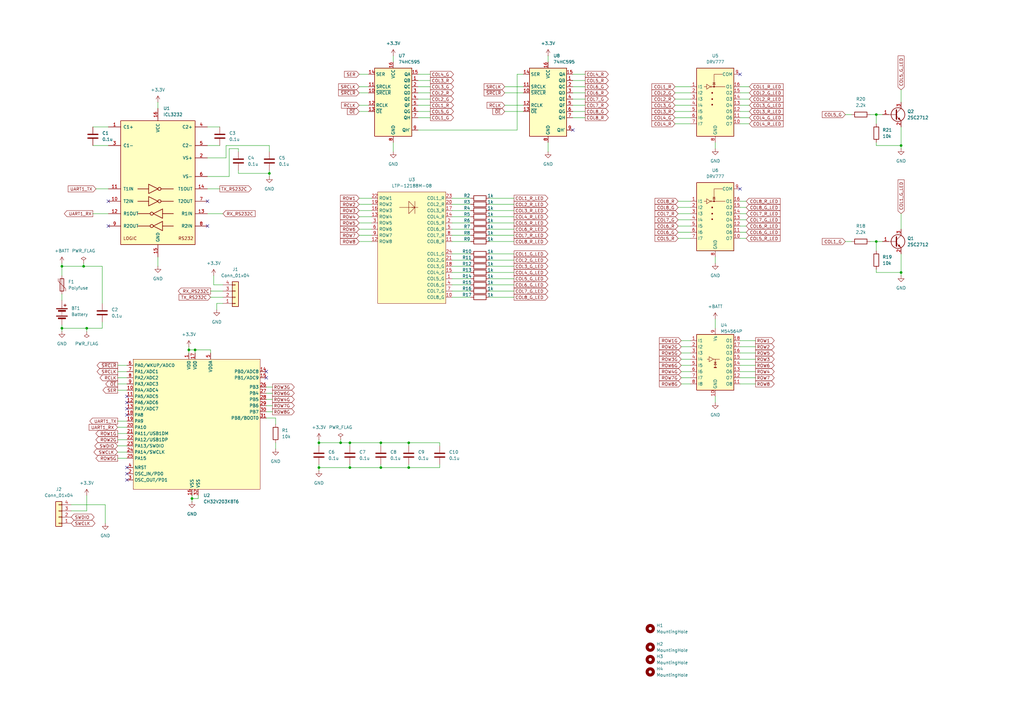
<source format=kicad_sch>
(kicad_sch (version 20250114) (generator "eeschema") (generator_version "9.0")
  (paper "A3")
  (title_block (title "ProgrammingKIT_DotMatrix") (date "2025-11-27") (rev "1.1.0") (company "©2025 CITERA"))
  (lib_symbols
    (symbol "74xx:74HC595"
      (property "Reference" "U" (at -7.62 13.97 0))
      (property "Value" "74HC595" (at -7.62 -16.51 0))
      (symbol "74HC595_1_0"
        (pin input line (at -10.16 10.16 0) (length 2.54) (name "SER") (number "14"))
        (pin input line (at -10.16 5.08 0) (length 2.54) (name "SRCLK") (number "11"))
        (pin input line (at -10.16 2.54 0) (length 2.54) (name "~{SRCLR}") (number "10"))
        (pin input line (at -10.16 -2.54 0) (length 2.54) (name "RCLK") (number "12"))
        (pin input line (at -10.16 -5.08 0) (length 2.54) (name "~{OE}") (number "13"))
        (pin power_in line (at 0 15.24 270) (length 2.54) (name "VCC") (number "16"))
        (pin power_in line (at 0 -17.78 90) (length 2.54) (name "GND") (number "8"))
        (pin tri_state line (at 10.16 10.16 180) (length 2.54) (name "QA") (number "15"))
        (pin tri_state line (at 10.16 7.62 180) (length 2.54) (name "QB") (number "1"))
        (pin tri_state line (at 10.16 5.08 180) (length 2.54) (name "QC") (number "2"))
        (pin tri_state line (at 10.16 2.54 180) (length 2.54) (name "QD") (number "3"))
        (pin tri_state line (at 10.16 0 180) (length 2.54) (name "QE") (number "4"))
        (pin tri_state line (at 10.16 -2.54 180) (length 2.54) (name "QF") (number "5"))
        (pin tri_state line (at 10.16 -5.08 180) (length 2.54) (name "QG") (number "6"))
        (pin tri_state line (at 10.16 -7.62 180) (length 2.54) (name "QH") (number "7"))
        (pin output line (at 10.16 -12.7 180) (length 2.54) (name "QH'") (number "9"))
      )
    )
    (symbol "CH32V:CH32V203K8T6"
      (property "Reference" "U" (at -16.51 29.21 0))
      (property "Value" "CH32V203K8T6" (at -15.24 26.67 0))
      (symbol "CH32V203K8T6_1_1"
        (pin bidirectional line (at -27.94 22.86 0) (length 2.54) (name "PA0/WKUP/ADC0") (number "6"))
        (pin bidirectional line (at -27.94 20.32 0) (length 2.54) (name "PA1/ADC1") (number "7"))
        (pin bidirectional line (at -27.94 17.78 0) (length 2.54) (name "PA2/ADC2") (number "8"))
        (pin bidirectional line (at -27.94 15.24 0) (length 2.54) (name "PA3/ADC3") (number "9"))
        (pin bidirectional line (at -27.94 12.7 0) (length 2.54) (name "PA4/ADC4") (number "10"))
        (pin bidirectional line (at -27.94 10.16 0) (length 2.54) (name "PA5/ADC5") (number "11"))
        (pin bidirectional line (at -27.94 7.62 0) (length 2.54) (name "PA6/ADC6") (number "12"))
        (pin bidirectional line (at -27.94 5.08 0) (length 2.54) (name "PA7/ADC7") (number "13"))
        (pin bidirectional line (at -27.94 2.54 0) (length 2.54) (name "PA8") (number "18"))
        (pin bidirectional line (at -27.94 0 0) (length 2.54) (name "PA9") (number "19"))
        (pin bidirectional line (at -27.94 -2.54 0) (length 2.54) (name "PA10") (number "20"))
        (pin bidirectional line (at -27.94 -5.08 0) (length 2.54) (name "PA11/USB1DM") (number "21"))
        (pin bidirectional line (at -27.94 -7.62 0) (length 2.54) (name "PA12/USB1DP") (number "22"))
        (pin bidirectional line (at -27.94 -10.16 0) (length 2.54) (name "PA13/SWDIO") (number "23"))
        (pin bidirectional line (at -27.94 -12.7 0) (length 2.54) (name "PA14/SWCLK") (number "24"))
        (pin bidirectional line (at -27.94 -15.24 0) (length 2.54) (name "PA15") (number "25"))
        (pin bidirectional line (at -27.94 -19.05 0) (length 2.54) (name "NRST") (number "4"))
        (pin bidirectional line (at -27.94 -21.59 0) (length 2.54) (name "OSC_IN/PD0") (number "2"))
        (pin bidirectional line (at -27.94 -24.13 0) (length 2.54) (name "OSC_OUT/PD1") (number "3"))
        (pin power_in line (at -2.54 27.94 270) (length 2.54) (name "VDD") (number "1"))
        (pin power_in line (at -1.27 -30.48 90) (length 2.54) (name "VSS") (number "16"))
        (pin power_in line (at 0 27.94 270) (length 2.54) (name "VDD") (number "17"))
        (pin power_in line (at 1.27 -30.48 90) (length 2.54) (name "VSS") (number "32"))
        (pin power_in line (at 6.35 27.94 270) (length 2.54) (name "VDDA") (number "5"))
        (pin bidirectional line (at 29.21 20.32 180) (length 2.54) (name "PB0/ADC8") (number "14"))
        (pin bidirectional line (at 29.21 17.78 180) (length 2.54) (name "PB1/ADC9") (number "15"))
        (pin bidirectional line (at 29.21 13.97 180) (length 2.54) (name "PB3") (number "26"))
        (pin bidirectional line (at 29.21 11.43 180) (length 2.54) (name "PB4") (number "27"))
        (pin bidirectional line (at 29.21 8.89 180) (length 2.54) (name "PB5") (number "28"))
        (pin bidirectional line (at 29.21 6.35 180) (length 2.54) (name "PB6") (number "29"))
        (pin bidirectional line (at 29.21 3.81 180) (length 2.54) (name "PB7") (number "30"))
        (pin bidirectional line (at 29.21 1.27 180) (length 2.54) (name "PB8/BOOT0") (number "31"))
      )
    )
    (symbol "Connector_Generic:Conn_01x04" (pin_names (offset 1.016) (hide yes))
      (property "Reference" "J" (at 0 5.08 0))
      (property "Value" "Conn_01x04" (at 0 -7.62 0))
      (symbol "Conn_01x04_1_1"
        (pin passive line (at -5.08 2.54 0) (length 3.81) (name "Pin_1") (number "1"))
        (pin passive line (at -5.08 0 0) (length 3.81) (name "Pin_2") (number "2"))
        (pin passive line (at -5.08 -2.54 0) (length 3.81) (name "Pin_3") (number "3"))
        (pin passive line (at -5.08 -5.08 0) (length 3.81) (name "Pin_4") (number "4"))
      )
    )
    (symbol "Device:Battery" (pin_numbers (hide yes)) (pin_names (offset 0) (hide yes))
      (property "Reference" "BT" (at 2.54 2.54 0))
      (property "Value" "Battery" (at 2.54 0 0))
      (symbol "Battery_1_1"
        (pin passive line (at 0 5.08 270) (length 2.54) (name "+") (number "1"))
        (pin passive line (at 0 -5.08 90) (length 2.54) (name "-") (number "2"))
      )
    )
    (symbol "Device:C" (pin_numbers (hide yes)) (pin_names (offset 0.254))
      (property "Reference" "C" (at 0.635 2.54 0))
      (property "Value" "C" (at 0.635 -2.54 0))
      (symbol "C_1_1"
        (pin passive line (at 0 3.81 270) (length 2.794) (name "~") (number "1"))
        (pin passive line (at 0 -3.81 90) (length 2.794) (name "~") (number "2"))
      )
    )
    (symbol "Device:Polyfuse" (pin_numbers (hide yes)) (pin_names (offset 0))
      (property "Reference" "F" (at -2.54 0 90))
      (property "Value" "Polyfuse" (at 2.54 0 90))
      (symbol "Polyfuse_1_1"
        (pin passive line (at 0 3.81 270) (length 1.27) (name "~") (number "1"))
        (pin passive line (at 0 -3.81 90) (length 1.27) (name "~") (number "2"))
      )
    )
    (symbol "Device:R" (pin_numbers (hide yes)) (pin_names (offset 0))
      (property "Reference" "R" (at 2.032 0 90))
      (property "Value" "R" (at 0 0 90))
      (symbol "R_1_1"
        (pin passive line (at 0 3.81 270) (length 1.27) (name "~") (number "1"))
        (pin passive line (at 0 -3.81 90) (length 1.27) (name "~") (number "2"))
      )
    )
    (symbol "Interface_UART:ICL3232" (pin_names (offset 1.016))
      (property "Reference" "U" (at -2.54 28.575 0))
      (property "Value" "ICL3232" (at -2.54 26.67 0))
      (symbol "ICL3232_0_0"
        (text "LOGIC" (at -11.43 -22.86 0) (effects (font (size 1.27 1.27))))
        (text "RS232" (at 11.43 -22.86 0) (effects (font (size 1.27 1.27))))
      )
      (symbol "ICL3232_1_1"
        (pin passive line (at -20.32 22.86 0) (length 5.08) (name "C1+") (number "1"))
        (pin passive line (at -20.32 15.24 0) (length 5.08) (name "C1-") (number "3"))
        (pin input line (at -20.32 -2.54 0) (length 5.08) (name "T1IN") (number "11"))
        (pin input line (at -20.32 -7.62 0) (length 5.08) (name "T2IN") (number "10"))
        (pin output line (at -20.32 -12.7 0) (length 5.08) (name "R1OUT") (number "12"))
        (pin output line (at -20.32 -17.78 0) (length 5.08) (name "R2OUT") (number "9"))
        (pin power_in line (at 0 30.48 270) (length 5.08) (name "VCC") (number "16"))
        (pin power_in line (at 0 -30.48 90) (length 5.08) (name "GND") (number "15"))
        (pin passive line (at 20.32 22.86 180) (length 5.08) (name "C2+") (number "4"))
        (pin passive line (at 20.32 15.24 180) (length 5.08) (name "C2-") (number "5"))
        (pin power_out line (at 20.32 10.16 180) (length 5.08) (name "VS+") (number "2"))
        (pin power_out line (at 20.32 2.54 180) (length 5.08) (name "VS-") (number "6"))
        (pin output line (at 20.32 -2.54 180) (length 5.08) (name "T1OUT") (number "14"))
        (pin output line (at 20.32 -7.62 180) (length 5.08) (name "T2OUT") (number "7"))
        (pin input line (at 20.32 -12.7 180) (length 5.08) (name "R1IN") (number "13"))
        (pin input line (at 20.32 -17.78 180) (length 5.08) (name "R2IN") (number "8"))
      )
    )
    (symbol "Mechanical:MountingHole" (pin_names (offset 1.016)) (in_bom no)
      (property "Reference" "H" (at 0 5.08 0))
      (property "Value" "MountingHole" (at 0 3.175 0))
    )
    (symbol "Transistor_BJT:Q_NPN_BEC" (pin_names (offset 0) (hide yes))
      (property "Reference" "Q" (at 5.08 1.27 0))
      (property "Value" "Q_NPN_BEC" (at 5.08 -1.27 0))
      (symbol "Q_NPN_BEC_1_1"
        (pin input line (at -5.08 0 0) (length 2.54) (name "B") (number "1"))
        (pin passive line (at 2.54 5.08 270) (length 2.54) (name "C") (number "3"))
        (pin passive line (at 2.54 -5.08 90) (length 2.54) (name "E") (number "2"))
      )
    )
    (symbol "power:+3.3V" (power) (pin_numbers (hide yes)) (pin_names (offset 0) (hide yes))
      (property "Value" "+3.3V" (at 0 3.556 0))
      (symbol "+3.3V_1_1"
        (pin power_in line (at 0 0 90) (length 0) (name "~") (number "1"))
      )
    )
    (symbol "power:+BATT" (power) (pin_numbers (hide yes)) (pin_names (offset 0) (hide yes))
      (property "Value" "+BATT" (at 0 3.556 0))
      (symbol "+BATT_1_1"
        (pin power_in line (at 0 0 90) (length 0) (name "~") (number "1"))
      )
    )
    (symbol "power:GND" (power) (pin_numbers (hide yes)) (pin_names (offset 0) (hide yes))
      (property "Value" "GND" (at 0 -3.81 0))
      (symbol "GND_1_1"
        (pin power_in line (at 0 0 270) (length 0) (name "~") (number "1"))
      )
    )
    (symbol "power:PWR_FLAG" (power) (pin_numbers (hide yes)) (pin_names (offset 0) (hide yes))
      (property "Value" "PWR_FLAG" (at 0 3.81 0))
      (symbol "PWR_FLAG_0_0"
        (pin power_out line (at 0 0 90) (length 0) (name "~") (number "1"))
      )
    )
    (symbol "watashi:DRV777"
      (property "Reference" "U" (at 2.794 16.51 0))
      (property "Value" "DRV777" (at 9.652 17.526 0))
      (symbol "DRV777_1_1"
        (pin input line (at -10.16 7.62 0) (length 2.54) (name "I1") (number "1"))
        (pin input line (at -10.16 5.08 0) (length 2.54) (name "I2") (number "2"))
        (pin input line (at -10.16 2.54 0) (length 2.54) (name "I3") (number "3"))
        (pin input line (at -10.16 0 0) (length 2.54) (name "I4") (number "4"))
        (pin input line (at -10.16 -2.54 0) (length 2.54) (name "I5") (number "5"))
        (pin input line (at -10.16 -5.08 0) (length 2.54) (name "I6") (number "6"))
        (pin input line (at -10.16 -7.62 0) (length 2.54) (name "I7") (number "7"))
        (pin power_in line (at 0 -15.24 90) (length 2.54) (name "GND") (number "8"))
        (pin passive line (at 10.16 12.7 180) (length 2.54) (name "COM") (number "9"))
        (pin open_collector line (at 10.16 7.62 180) (length 2.54) (name "O1") (number "16"))
        (pin open_collector line (at 10.16 5.08 180) (length 2.54) (name "O2") (number "15"))
        (pin open_collector line (at 10.16 2.54 180) (length 2.54) (name "O3") (number "14"))
        (pin open_collector line (at 10.16 0 180) (length 2.54) (name "O4") (number "13"))
        (pin open_collector line (at 10.16 -2.54 180) (length 2.54) (name "O5") (number "12"))
        (pin open_collector line (at 10.16 -5.08 180) (length 2.54) (name "O6") (number "11"))
        (pin open_collector line (at 10.16 -7.62 180) (length 2.54) (name "O7") (number "10"))
      )
    )
    (symbol "watashi:LTP-12188M-08"
      (property "Reference" "U" (at 5.842 31.496 0))
      (property "Value" "LTP-12188M-08" (at -5.08 31.496 0))
      (symbol "LTP-12188M-08_1_1"
        (pin passive line (at -16.51 20.32 0) (length 2.54) (name "ROW1") (number "22"))
        (pin passive line (at -16.51 17.78 0) (length 2.54) (name "ROW2") (number "19"))
        (pin passive line (at -16.51 15.24 0) (length 2.54) (name "ROW3") (number "16"))
        (pin passive line (at -16.51 12.7 0) (length 2.54) (name "ROW4") (number "13"))
        (pin passive line (at -16.51 10.16 0) (length 2.54) (name "ROW5") (number "3"))
        (pin passive line (at -16.51 7.62 0) (length 2.54) (name "ROW6") (number "6"))
        (pin passive line (at -16.51 5.08 0) (length 2.54) (name "ROW7") (number "9"))
        (pin passive line (at -16.51 2.54 0) (length 2.54) (name "ROW8") (number "12"))
        (pin passive line (at 16.51 20.32 180) (length 2.54) (name "COL1_R") (number "23"))
        (pin passive line (at 16.51 17.78 180) (length 2.54) (name "COL2_R") (number "20"))
        (pin passive line (at 16.51 15.24 180) (length 2.54) (name "COL3_R") (number "17"))
        (pin passive line (at 16.51 12.7 180) (length 2.54) (name "COL4_R") (number "14"))
        (pin passive line (at 16.51 10.16 180) (length 2.54) (name "COL5_R") (number "2"))
        (pin passive line (at 16.51 7.62 180) (length 2.54) (name "COL6_R") (number "5"))
        (pin passive line (at 16.51 5.08 180) (length 2.54) (name "COL7_R") (number "8"))
        (pin passive line (at 16.51 2.54 180) (length 2.54) (name "COL8_R") (number "11"))
        (pin passive line (at 16.51 -2.54 180) (length 2.54) (name "COL1_G") (number "24"))
        (pin passive line (at 16.51 -5.08 180) (length 2.54) (name "COL2_G") (number "21"))
        (pin passive line (at 16.51 -7.62 180) (length 2.54) (name "COL3_G") (number "18"))
        (pin passive line (at 16.51 -10.16 180) (length 2.54) (name "COL4_G") (number "15"))
        (pin passive line (at 16.51 -12.7 180) (length 2.54) (name "COL5_G") (number "1"))
        (pin passive line (at 16.51 -15.24 180) (length 2.54) (name "COL6_G") (number "4"))
        (pin passive line (at 16.51 -17.78 180) (length 2.54) (name "COL7_G") (number "7"))
        (pin passive line (at 16.51 -20.32 180) (length 2.54) (name "COL8_G") (number "10"))
      )
    )
    (symbol "watashi:M54564P"
      (property "Reference" "U" (at -7.62 11.43 0))
      (property "Value" "M54564P" (at 1.27 11.43 0))
      (symbol "M54564P_1_1"
        (pin input line (at -10.16 7.62 0) (length 2.54) (name "I1") (number "1"))
        (pin input line (at -10.16 5.08 0) (length 2.54) (name "I2") (number "2"))
        (pin input line (at -10.16 2.54 0) (length 2.54) (name "I3") (number "3"))
        (pin input line (at -10.16 0 0) (length 2.54) (name "I4") (number "4"))
        (pin input line (at -10.16 -2.54 0) (length 2.54) (name "I5") (number "5"))
        (pin input line (at -10.16 -5.08 0) (length 2.54) (name "I6") (number "6"))
        (pin input line (at -10.16 -7.62 0) (length 2.54) (name "I7") (number "7"))
        (pin input line (at -10.16 -10.16 0) (length 2.54) (name "I8") (number "8"))
        (pin power_in line (at 0 12.7 270) (length 2.54) (name "Vs") (number "9"))
        (pin power_in line (at 0 -15.24 90) (length 2.54) (name "GND") (number "10"))
        (pin open_emitter line (at 10.16 7.62 180) (length 2.54) (name "O1") (number "18"))
        (pin open_emitter line (at 10.16 5.08 180) (length 2.54) (name "O2") (number "17"))
        (pin open_emitter line (at 10.16 2.54 180) (length 2.54) (name "O3") (number "16"))
        (pin open_emitter line (at 10.16 0 180) (length 2.54) (name "O4") (number "15"))
        (pin open_emitter line (at 10.16 -2.54 180) (length 2.54) (name "O5") (number "14"))
        (pin open_emitter line (at 10.16 -5.08 180) (length 2.54) (name "O6") (number "13"))
        (pin open_emitter line (at 10.16 -7.62 180) (length 2.54) (name "O7") (number "12"))
        (pin open_emitter line (at 10.16 -10.16 180) (length 2.54) (name "O8") (number "11"))
      )
    )
  )
  (junction (at 167.64 181.61))
  (junction (at 78.74 204.47))
  (junction (at 143.51 181.61))
  (junction (at 35.56 134.62))
  (junction (at 80.01 143.51))
  (junction (at 156.21 191.77))
  (junction (at 77.47 143.51))
  (junction (at 167.64 191.77))
  (junction (at 130.81 191.77))
  (junction (at 359.41 46.99))
  (junction (at 34.29 109.22))
  (junction (at 130.81 181.61))
  (junction (at 25.4 134.62))
  (junction (at 369.57 111.76))
  (junction (at 143.51 191.77))
  (junction (at 156.21 181.61))
  (junction (at 359.41 99.06))
  (junction (at 139.7 181.61))
  (junction (at 369.57 59.69))
  (junction (at 110.49 71.12))
  (junction (at 25.4 109.22))
  (no_connect (at 85.09 92.71))
  (no_connect (at 303.53 30.48))
  (no_connect (at 52.07 191.77))
  (no_connect (at 52.07 194.31))
  (no_connect (at 303.53 77.47))
  (no_connect (at 52.07 170.18))
  (no_connect (at 44.45 92.71))
  (no_connect (at 52.07 165.1))
  (no_connect (at 109.22 154.94))
  (no_connect (at 234.95 53.34))
  (no_connect (at 85.09 82.55))
  (no_connect (at 44.45 82.55))
  (no_connect (at 52.07 196.85))
  (no_connect (at 52.07 162.56))
  (no_connect (at 109.22 152.4))
  (no_connect (at 52.07 167.64))
  (wire (pts (xy 278.13 95.25) (xy 283.21 95.25)))
  (wire (pts (xy 130.81 181.61) (xy 130.81 182.88)))
  (wire (pts (xy 48.26 182.88) (xy 52.07 182.88)))
  (wire (pts (xy 307.34 40.64) (xy 303.53 40.64)))
  (wire (pts (xy 156.21 182.88) (xy 156.21 181.61)))
  (wire (pts (xy 276.86 43.18) (xy 283.21 43.18)))
  (wire (pts (xy 48.26 154.94) (xy 52.07 154.94)))
  (wire (pts (xy 210.82 86.36) (xy 200.66 86.36)))
  (wire (pts (xy 176.53 33.02) (xy 171.45 33.02)))
  (wire (pts (xy 25.4 107.95) (xy 25.4 109.22)))
  (wire (pts (xy 34.29 107.95) (xy 34.29 109.22)))
  (wire (pts (xy 109.22 171.45) (xy 113.03 171.45)))
  (wire (pts (xy 77.47 143.51) (xy 77.47 144.78)))
  (wire (pts (xy 307.34 50.8) (xy 303.53 50.8)))
  (wire (pts (xy 156.21 190.5) (xy 156.21 191.77)))
  (wire (pts (xy 240.03 43.18) (xy 234.95 43.18)))
  (wire (pts (xy 210.82 116.84) (xy 200.66 116.84)))
  (wire (pts (xy 111.76 163.83) (xy 109.22 163.83)))
  (wire (pts (xy 293.37 130.81) (xy 293.37 134.62)))
  (wire (pts (xy 276.86 45.72) (xy 283.21 45.72)))
  (wire (pts (xy 346.71 99.06) (xy 349.25 99.06)))
  (wire (pts (xy 143.51 181.61) (xy 139.7 181.61)))
  (wire (pts (xy 193.04 88.9) (xy 185.42 88.9)))
  (wire (pts (xy 48.26 160.02) (xy 52.07 160.02)))
  (wire (pts (xy 193.04 96.52) (xy 185.42 96.52)))
  (wire (pts (xy 90.17 77.47) (xy 85.09 77.47)))
  (wire (pts (xy 210.82 109.22) (xy 200.66 109.22)))
  (wire (pts (xy 180.34 181.61) (xy 167.64 181.61)))
  (wire (pts (xy 147.32 99.06) (xy 152.4 99.06)))
  (wire (pts (xy 210.82 88.9) (xy 200.66 88.9)))
  (wire (pts (xy 279.4 147.32) (xy 283.21 147.32)))
  (wire (pts (xy 176.53 35.56) (xy 171.45 35.56)))
  (wire (pts (xy 180.34 190.5) (xy 180.34 191.77)))
  (wire (pts (xy 97.79 71.12) (xy 97.79 69.85)))
  (wire (pts (xy 369.57 104.14) (xy 369.57 111.76)))
  (wire (pts (xy 359.41 111.76) (xy 369.57 111.76)))
  (wire (pts (xy 25.4 133.35) (xy 25.4 134.62)))
  (wire (pts (xy 369.57 59.69) (xy 369.57 60.96)))
  (wire (pts (xy 193.04 99.06) (xy 185.42 99.06)))
  (wire (pts (xy 309.88 139.7) (xy 303.53 139.7)))
  (wire (pts (xy 210.82 81.28) (xy 200.66 81.28)))
  (wire (pts (xy 176.53 43.18) (xy 171.45 43.18)))
  (wire (pts (xy 147.32 45.72) (xy 151.13 45.72)))
  (wire (pts (xy 293.37 165.1) (xy 293.37 162.56)))
  (wire (pts (xy 309.88 157.48) (xy 303.53 157.48)))
  (wire (pts (xy 293.37 105.41) (xy 293.37 107.95)))
  (wire (pts (xy 130.81 193.04) (xy 130.81 191.77)))
  (wire (pts (xy 110.49 69.85) (xy 110.49 71.12)))
  (wire (pts (xy 78.74 203.2) (xy 78.74 204.47)))
  (wire (pts (xy 359.41 102.87) (xy 359.41 99.06)))
  (wire (pts (xy 307.34 45.72) (xy 303.53 45.72)))
  (wire (pts (xy 91.44 124.46) (xy 88.9 124.46)))
  (wire (pts (xy 111.76 166.37) (xy 109.22 166.37)))
  (wire (pts (xy 147.32 86.36) (xy 152.4 86.36)))
  (wire (pts (xy 41.91 109.22) (xy 34.29 109.22)))
  (wire (pts (xy 29.21 209.55) (xy 35.56 209.55)))
  (wire (pts (xy 86.36 121.92) (xy 91.44 121.92)))
  (wire (pts (xy 306.07 90.17) (xy 303.53 90.17)))
  (wire (pts (xy 224.79 22.86) (xy 224.79 25.4)))
  (wire (pts (xy 147.32 81.28) (xy 152.4 81.28)))
  (wire (pts (xy 77.47 143.51) (xy 80.01 143.51)))
  (wire (pts (xy 167.64 191.77) (xy 180.34 191.77)))
  (wire (pts (xy 147.32 93.98) (xy 152.4 93.98)))
  (wire (pts (xy 176.53 30.48) (xy 171.45 30.48)))
  (wire (pts (xy 207.01 38.1) (xy 214.63 38.1)))
  (wire (pts (xy 93.98 60.96) (xy 93.98 72.39)))
  (wire (pts (xy 48.26 157.48) (xy 52.07 157.48)))
  (wire (pts (xy 85.09 64.77) (xy 92.71 64.77)))
  (wire (pts (xy 369.57 87.63) (xy 369.57 93.98)))
  (wire (pts (xy 77.47 142.24) (xy 77.47 143.51)))
  (wire (pts (xy 147.32 30.48) (xy 151.13 30.48)))
  (wire (pts (xy 293.37 58.42) (xy 293.37 60.96)))
  (wire (pts (xy 81.28 204.47) (xy 81.28 203.2)))
  (wire (pts (xy 278.13 85.09) (xy 283.21 85.09)))
  (wire (pts (xy 359.41 59.69) (xy 369.57 59.69)))
  (wire (pts (xy 306.07 82.55) (xy 303.53 82.55)))
  (wire (pts (xy 41.91 132.08) (xy 41.91 134.62)))
  (wire (pts (xy 38.1 52.07) (xy 44.45 52.07)))
  (wire (pts (xy 48.26 172.72) (xy 52.07 172.72)))
  (wire (pts (xy 210.82 119.38) (xy 200.66 119.38)))
  (wire (pts (xy 276.86 40.64) (xy 283.21 40.64)))
  (wire (pts (xy 309.88 152.4) (xy 303.53 152.4)))
  (wire (pts (xy 156.21 191.77) (xy 167.64 191.77)))
  (wire (pts (xy 86.36 143.51) (xy 86.36 144.78)))
  (wire (pts (xy 193.04 119.38) (xy 185.42 119.38)))
  (wire (pts (xy 176.53 48.26) (xy 171.45 48.26)))
  (wire (pts (xy 64.77 109.22) (xy 64.77 105.41)))
  (wire (pts (xy 85.09 52.07) (xy 90.17 52.07)))
  (wire (pts (xy 224.79 58.42) (xy 224.79 62.23)))
  (wire (pts (xy 139.7 180.34) (xy 139.7 181.61)))
  (wire (pts (xy 210.82 91.44) (xy 200.66 91.44)))
  (wire (pts (xy 276.86 50.8) (xy 283.21 50.8)))
  (wire (pts (xy 279.4 149.86) (xy 283.21 149.86)))
  (wire (pts (xy 193.04 104.14) (xy 185.42 104.14)))
  (wire (pts (xy 279.4 152.4) (xy 283.21 152.4)))
  (wire (pts (xy 92.71 59.69) (xy 110.49 59.69)))
  (wire (pts (xy 130.81 180.34) (xy 130.81 181.61)))
  (wire (pts (xy 359.41 46.99) (xy 361.95 46.99)))
  (wire (pts (xy 48.26 152.4) (xy 52.07 152.4)))
  (wire (pts (xy 240.03 48.26) (xy 234.95 48.26)))
  (wire (pts (xy 210.82 83.82) (xy 200.66 83.82)))
  (wire (pts (xy 309.88 149.86) (xy 303.53 149.86)))
  (wire (pts (xy 369.57 111.76) (xy 369.57 113.03)))
  (wire (pts (xy 210.82 104.14) (xy 200.66 104.14)))
  (wire (pts (xy 279.4 142.24) (xy 283.21 142.24)))
  (wire (pts (xy 147.32 91.44) (xy 152.4 91.44)))
  (wire (pts (xy 87.63 113.03) (xy 87.63 116.84)))
  (wire (pts (xy 147.32 88.9) (xy 152.4 88.9)))
  (wire (pts (xy 309.88 154.94) (xy 303.53 154.94)))
  (wire (pts (xy 111.76 168.91) (xy 109.22 168.91)))
  (wire (pts (xy 143.51 182.88) (xy 143.51 181.61)))
  (wire (pts (xy 279.4 154.94) (xy 283.21 154.94)))
  (wire (pts (xy 240.03 30.48) (xy 234.95 30.48)))
  (wire (pts (xy 92.71 64.77) (xy 92.71 59.69)))
  (wire (pts (xy 279.4 139.7) (xy 283.21 139.7)))
  (wire (pts (xy 346.71 46.99) (xy 349.25 46.99)))
  (wire (pts (xy 167.64 181.61) (xy 156.21 181.61)))
  (wire (pts (xy 306.07 95.25) (xy 303.53 95.25)))
  (wire (pts (xy 276.86 38.1) (xy 283.21 38.1)))
  (wire (pts (xy 48.26 187.96) (xy 52.07 187.96)))
  (wire (pts (xy 143.51 191.77) (xy 130.81 191.77)))
  (wire (pts (xy 307.34 43.18) (xy 303.53 43.18)))
  (wire (pts (xy 38.1 59.69) (xy 44.45 59.69)))
  (wire (pts (xy 38.1 87.63) (xy 44.45 87.63)))
  (wire (pts (xy 85.09 87.63) (xy 91.44 87.63)))
  (wire (pts (xy 210.82 93.98) (xy 200.66 93.98)))
  (wire (pts (xy 110.49 71.12) (xy 97.79 71.12)))
  (wire (pts (xy 210.82 121.92) (xy 200.66 121.92)))
  (wire (pts (xy 307.34 48.26) (xy 303.53 48.26)))
  (wire (pts (xy 88.9 124.46) (xy 88.9 127)))
  (wire (pts (xy 193.04 93.98) (xy 185.42 93.98)))
  (wire (pts (xy 176.53 40.64) (xy 171.45 40.64)))
  (wire (pts (xy 29.21 207.01) (xy 43.18 207.01)))
  (wire (pts (xy 113.03 171.45) (xy 113.03 173.99)))
  (wire (pts (xy 210.82 96.52) (xy 200.66 96.52)))
  (wire (pts (xy 279.4 157.48) (xy 283.21 157.48)))
  (wire (pts (xy 193.04 109.22) (xy 185.42 109.22)))
  (wire (pts (xy 25.4 134.62) (xy 25.4 135.89)))
  (wire (pts (xy 161.29 22.86) (xy 161.29 25.4)))
  (wire (pts (xy 210.82 106.68) (xy 200.66 106.68)))
  (wire (pts (xy 240.03 45.72) (xy 234.95 45.72)))
  (wire (pts (xy 25.4 109.22) (xy 25.4 113.03)))
  (wire (pts (xy 309.88 142.24) (xy 303.53 142.24)))
  (wire (pts (xy 356.87 46.99) (xy 359.41 46.99)))
  (wire (pts (xy 147.32 83.82) (xy 152.4 83.82)))
  (wire (pts (xy 93.98 60.96) (xy 97.79 60.96)))
  (wire (pts (xy 212.09 53.34) (xy 212.09 30.48)))
  (wire (pts (xy 306.07 87.63) (xy 303.53 87.63)))
  (wire (pts (xy 130.81 191.77) (xy 130.81 190.5)))
  (wire (pts (xy 307.34 38.1) (xy 303.53 38.1)))
  (wire (pts (xy 93.98 72.39) (xy 85.09 72.39)))
  (wire (pts (xy 147.32 35.56) (xy 151.13 35.56)))
  (wire (pts (xy 234.95 38.1) (xy 240.03 38.1)))
  (wire (pts (xy 147.32 43.18) (xy 151.13 43.18)))
  (wire (pts (xy 156.21 181.61) (xy 143.51 181.61)))
  (wire (pts (xy 193.04 83.82) (xy 185.42 83.82)))
  (wire (pts (xy 110.49 59.69) (xy 110.49 62.23)))
  (wire (pts (xy 39.37 77.47) (xy 44.45 77.47)))
  (wire (pts (xy 278.13 92.71) (xy 283.21 92.71)))
  (wire (pts (xy 309.88 147.32) (xy 303.53 147.32)))
  (wire (pts (xy 48.26 180.34) (xy 52.07 180.34)))
  (wire (pts (xy 41.91 134.62) (xy 35.56 134.62)))
  (wire (pts (xy 278.13 87.63) (xy 283.21 87.63)))
  (wire (pts (xy 193.04 121.92) (xy 185.42 121.92)))
  (wire (pts (xy 113.03 181.61) (xy 113.03 184.15)))
  (wire (pts (xy 25.4 120.65) (xy 25.4 123.19)))
  (wire (pts (xy 35.56 209.55) (xy 35.56 203.2)))
  (wire (pts (xy 207.01 43.18) (xy 214.63 43.18)))
  (wire (pts (xy 193.04 116.84) (xy 185.42 116.84)))
  (wire (pts (xy 359.41 110.49) (xy 359.41 111.76)))
  (wire (pts (xy 193.04 114.3) (xy 185.42 114.3)))
  (wire (pts (xy 212.09 30.48) (xy 214.63 30.48)))
  (wire (pts (xy 240.03 35.56) (xy 234.95 35.56)))
  (wire (pts (xy 309.88 144.78) (xy 303.53 144.78)))
  (wire (pts (xy 111.76 158.75) (xy 109.22 158.75)))
  (wire (pts (xy 48.26 177.8) (xy 52.07 177.8)))
  (wire (pts (xy 240.03 33.02) (xy 234.95 33.02)))
  (wire (pts (xy 48.26 185.42) (xy 52.07 185.42)))
  (wire (pts (xy 307.34 35.56) (xy 303.53 35.56)))
  (wire (pts (xy 210.82 111.76) (xy 200.66 111.76)))
  (wire (pts (xy 193.04 91.44) (xy 185.42 91.44)))
  (wire (pts (xy 176.53 38.1) (xy 171.45 38.1)))
  (wire (pts (xy 278.13 90.17) (xy 283.21 90.17)))
  (wire (pts (xy 64.77 41.91) (xy 64.77 44.45)))
  (wire (pts (xy 193.04 111.76) (xy 185.42 111.76)))
  (wire (pts (xy 110.49 71.12) (xy 110.49 72.39)))
  (wire (pts (xy 80.01 143.51) (xy 86.36 143.51)))
  (wire (pts (xy 210.82 99.06) (xy 200.66 99.06)))
  (wire (pts (xy 143.51 190.5) (xy 143.51 191.77)))
  (wire (pts (xy 193.04 106.68) (xy 185.42 106.68)))
  (wire (pts (xy 43.18 207.01) (xy 43.18 214.63)))
  (wire (pts (xy 147.32 96.52) (xy 152.4 96.52)))
  (wire (pts (xy 85.09 59.69) (xy 90.17 59.69)))
  (wire (pts (xy 34.29 109.22) (xy 25.4 109.22)))
  (wire (pts (xy 167.64 181.61) (xy 167.64 182.88)))
  (wire (pts (xy 35.56 134.62) (xy 25.4 134.62)))
  (wire (pts (xy 306.07 97.79) (xy 303.53 97.79)))
  (wire (pts (xy 180.34 182.88) (xy 180.34 181.61)))
  (wire (pts (xy 80.01 143.51) (xy 80.01 144.78)))
  (wire (pts (xy 161.29 58.42) (xy 161.29 62.23)))
  (wire (pts (xy 111.76 161.29) (xy 109.22 161.29)))
  (wire (pts (xy 48.26 175.26) (xy 52.07 175.26)))
  (wire (pts (xy 356.87 99.06) (xy 359.41 99.06)))
  (wire (pts (xy 359.41 99.06) (xy 361.95 99.06)))
  (wire (pts (xy 193.04 86.36) (xy 185.42 86.36)))
  (wire (pts (xy 207.01 45.72) (xy 214.63 45.72)))
  (wire (pts (xy 147.32 38.1) (xy 151.13 38.1)))
  (wire (pts (xy 41.91 109.22) (xy 41.91 124.46)))
  (wire (pts (xy 278.13 82.55) (xy 283.21 82.55)))
  (wire (pts (xy 78.74 204.47) (xy 81.28 204.47)))
  (wire (pts (xy 176.53 45.72) (xy 171.45 45.72)))
  (wire (pts (xy 139.7 181.61) (xy 130.81 181.61)))
  (wire (pts (xy 193.04 81.28) (xy 185.42 81.28)))
  (wire (pts (xy 171.45 53.34) (xy 212.09 53.34)))
  (wire (pts (xy 306.07 92.71) (xy 303.53 92.71)))
  (wire (pts (xy 210.82 114.3) (xy 200.66 114.3)))
  (wire (pts (xy 86.36 119.38) (xy 91.44 119.38)))
  (wire (pts (xy 359.41 50.8) (xy 359.41 46.99)))
  (wire (pts (xy 35.56 134.62) (xy 35.56 135.89)))
  (wire (pts (xy 359.41 58.42) (xy 359.41 59.69)))
  (wire (pts (xy 279.4 144.78) (xy 283.21 144.78)))
  (wire (pts (xy 306.07 85.09) (xy 303.53 85.09)))
  (wire (pts (xy 276.86 35.56) (xy 283.21 35.56)))
  (wire (pts (xy 48.26 149.86) (xy 52.07 149.86)))
  (wire (pts (xy 369.57 36.83) (xy 369.57 41.91)))
  (wire (pts (xy 97.79 62.23) (xy 97.79 60.96)))
  (wire (pts (xy 278.13 97.79) (xy 283.21 97.79)))
  (wire (pts (xy 207.01 35.56) (xy 214.63 35.56)))
  (wire (pts (xy 167.64 190.5) (xy 167.64 191.77)))
  (wire (pts (xy 78.74 204.47) (xy 78.74 205.74)))
  (wire (pts (xy 369.57 52.07) (xy 369.57 59.69)))
  (wire (pts (xy 87.63 116.84) (xy 91.44 116.84)))
  (wire (pts (xy 143.51 191.77) (xy 156.21 191.77)))
  (wire (pts (xy 240.03 40.64) (xy 234.95 40.64)))
  (wire (pts (xy 276.86 48.26) (xy 283.21 48.26)))
  (global_label "COL2_G" (shape input) (at 276.86 38.1 180) (property "Intersheetrefs" "${INTERSHEET_REFS}" (effects (hide yes))))
  (global_label "COL5_R_LED" (shape output) (at 210.82 91.44 0) (property "Intersheetrefs" "${INTERSHEET_REFS}" (effects (hide yes))))
  (global_label "ROW6G" (shape output) (at 111.76 161.29 0) (property "Intersheetrefs" "${INTERSHEET_REFS}" (effects (hide yes))))
  (global_label "COL5_G" (shape input) (at 346.71 46.99 180) (property "Intersheetrefs" "${INTERSHEET_REFS}" (effects (hide yes))))
  (global_label "RCLK" (shape input) (at 147.32 43.18 180) (property "Intersheetrefs" "${INTERSHEET_REFS}" (effects (hide yes))))
  (global_label "~{SRCLR}" (shape input) (at 147.32 38.1 180) (property "Intersheetrefs" "${INTERSHEET_REFS}" (effects (hide yes))))
  (global_label "SRCLK" (shape input) (at 147.32 35.56 180) (property "Intersheetrefs" "${INTERSHEET_REFS}" (effects (hide yes))))
  (global_label "~{OE}" (shape input) (at 147.32 45.72 180) (property "Intersheetrefs" "${INTERSHEET_REFS}" (effects (hide yes))))
  (global_label "SER" (shape output) (at 48.26 160.02 180) (property "Intersheetrefs" "${INTERSHEET_REFS}" (effects (hide yes))))
  (global_label "COL4_R_LED" (shape output) (at 210.82 88.9 0) (property "Intersheetrefs" "${INTERSHEET_REFS}" (effects (hide yes))))
  (global_label "COL2_R_LED" (shape output) (at 210.82 83.82 0) (property "Intersheetrefs" "${INTERSHEET_REFS}" (effects (hide yes))))
  (global_label "RCLK" (shape output) (at 48.26 154.94 180) (property "Intersheetrefs" "${INTERSHEET_REFS}" (effects (hide yes))))
  (global_label "COL6_G" (shape input) (at 278.13 95.25 180) (property "Intersheetrefs" "${INTERSHEET_REFS}" (effects (hide yes))))
  (global_label "COL4_G" (shape input) (at 276.86 48.26 180) (property "Intersheetrefs" "${INTERSHEET_REFS}" (effects (hide yes))))
  (global_label "SWDIO" (shape bidirectional) (at 29.21 212.09 0) (property "Intersheetrefs" "${INTERSHEET_REFS}" (effects (hide yes))))
  (global_label "SWCLK" (shape bidirectional) (at 29.21 214.63 0) (property "Intersheetrefs" "${INTERSHEET_REFS}" (effects (hide yes))))
  (global_label "ROW5G" (shape input) (at 279.4 144.78 180) (property "Intersheetrefs" "${INTERSHEET_REFS}" (effects (hide yes))))
  (global_label "ROW7G" (shape input) (at 279.4 154.94 180) (property "Intersheetrefs" "${INTERSHEET_REFS}" (effects (hide yes))))
  (global_label "ROW6G" (shape input) (at 279.4 149.86 180) (property "Intersheetrefs" "${INTERSHEET_REFS}" (effects (hide yes))))
  (global_label "ROW1G" (shape input) (at 279.4 139.7 180) (property "Intersheetrefs" "${INTERSHEET_REFS}" (effects (hide yes))))
  (global_label "ROW2G" (shape input) (at 279.4 142.24 180) (property "Intersheetrefs" "${INTERSHEET_REFS}" (effects (hide yes))))
  (global_label "ROW3G" (shape input) (at 279.4 147.32 180) (property "Intersheetrefs" "${INTERSHEET_REFS}" (effects (hide yes))))
  (global_label "ROW4G" (shape input) (at 279.4 152.4 180) (property "Intersheetrefs" "${INTERSHEET_REFS}" (effects (hide yes))))
  (global_label "ROW8G" (shape input) (at 279.4 157.48 180) (property "Intersheetrefs" "${INTERSHEET_REFS}" (effects (hide yes))))
  (global_label "COL5_R" (shape input) (at 278.13 97.79 180) (property "Intersheetrefs" "${INTERSHEET_REFS}" (effects (hide yes))))
  (global_label "COL8_G_LED" (shape output) (at 210.82 121.92 0) (property "Intersheetrefs" "${INTERSHEET_REFS}" (effects (hide yes))))
  (global_label "COL1_R_LED" (shape input) (at 307.34 35.56 0) (property "Intersheetrefs" "${INTERSHEET_REFS}" (effects (hide yes))))
  (global_label "COL2_R" (shape input) (at 276.86 40.64 180) (property "Intersheetrefs" "${INTERSHEET_REFS}" (effects (hide yes))))
  (global_label "COL5_R_LED" (shape input) (at 306.07 97.79 0) (property "Intersheetrefs" "${INTERSHEET_REFS}" (effects (hide yes))))
  (global_label "SWCLK" (shape bidirectional) (at 48.26 185.42 180) (property "Intersheetrefs" "${INTERSHEET_REFS}" (effects (hide yes))))
  (global_label "ROW2G" (shape output) (at 48.26 180.34 180) (property "Intersheetrefs" "${INTERSHEET_REFS}" (effects (hide yes))))
  (global_label "COL5_R" (shape output) (at 240.03 33.02 0) (property "Intersheetrefs" "${INTERSHEET_REFS}" (effects (hide yes))))
  (global_label "COL7_G" (shape output) (at 240.03 40.64 0) (property "Intersheetrefs" "${INTERSHEET_REFS}" (effects (hide yes))))
  (global_label "COL3_R" (shape input) (at 276.86 45.72 180) (property "Intersheetrefs" "${INTERSHEET_REFS}" (effects (hide yes))))
  (global_label "COL6_G_LED" (shape input) (at 306.07 95.25 0) (property "Intersheetrefs" "${INTERSHEET_REFS}" (effects (hide yes))))
  (global_label "COL3_G_LED" (shape output) (at 210.82 109.22 0) (property "Intersheetrefs" "${INTERSHEET_REFS}" (effects (hide yes))))
  (global_label "COL8_G" (shape input) (at 278.13 85.09 180) (property "Intersheetrefs" "${INTERSHEET_REFS}" (effects (hide yes))))
  (global_label "RX_RS232C" (shape output) (at 86.36 119.38 180) (property "Intersheetrefs" "${INTERSHEET_REFS}" (effects (hide yes))))
  (global_label "COL8_G_LED" (shape input) (at 306.07 85.09 0) (property "Intersheetrefs" "${INTERSHEET_REFS}" (effects (hide yes))))
  (global_label "ROW7" (shape output) (at 309.88 154.94 0) (property "Intersheetrefs" "${INTERSHEET_REFS}" (effects (hide yes))))
  (global_label "COL8_R_LED" (shape output) (at 210.82 99.06 0) (property "Intersheetrefs" "${INTERSHEET_REFS}" (effects (hide yes))))
  (global_label "SWDIO" (shape bidirectional) (at 48.26 182.88 180) (property "Intersheetrefs" "${INTERSHEET_REFS}" (effects (hide yes))))
  (global_label "COL7_G_LED" (shape output) (at 210.82 119.38 0) (property "Intersheetrefs" "${INTERSHEET_REFS}" (effects (hide yes))))
  (global_label "RCLK" (shape input) (at 207.01 43.18 180) (property "Intersheetrefs" "${INTERSHEET_REFS}" (effects (hide yes))))
  (global_label "COL3_G" (shape input) (at 276.86 43.18 180) (property "Intersheetrefs" "${INTERSHEET_REFS}" (effects (hide yes))))
  (global_label "TX_RS232C" (shape output) (at 90.17 77.47 0) (property "Intersheetrefs" "${INTERSHEET_REFS}" (effects (hide yes))))
  (global_label "COL6_R_LED" (shape output) (at 210.82 93.98 0) (property "Intersheetrefs" "${INTERSHEET_REFS}" (effects (hide yes))))
  (global_label "UART1_TX" (shape input) (at 39.37 77.47 180) (property "Intersheetrefs" "${INTERSHEET_REFS}" (effects (hide yes))))
  (global_label "COL8_R_LED" (shape input) (at 306.07 82.55 0) (property "Intersheetrefs" "${INTERSHEET_REFS}" (effects (hide yes))))
  (global_label "ROW8" (shape output) (at 309.88 157.48 0) (property "Intersheetrefs" "${INTERSHEET_REFS}" (effects (hide yes))))
  (global_label "COL1_R_LED" (shape output) (at 210.82 81.28 0) (property "Intersheetrefs" "${INTERSHEET_REFS}" (effects (hide yes))))
  (global_label "COL4_R" (shape output) (at 240.03 30.48 0) (property "Intersheetrefs" "${INTERSHEET_REFS}" (effects (hide yes))))
  (global_label "COL3_G" (shape output) (at 176.53 35.56 0) (property "Intersheetrefs" "${INTERSHEET_REFS}" (effects (hide yes))))
  (global_label "ROW4G" (shape output) (at 111.76 163.83 0) (property "Intersheetrefs" "${INTERSHEET_REFS}" (effects (hide yes))))
  (global_label "COL1_R" (shape input) (at 276.86 35.56 180) (property "Intersheetrefs" "${INTERSHEET_REFS}" (effects (hide yes))))
  (global_label "COL7_R_LED" (shape output) (at 210.82 96.52 0) (property "Intersheetrefs" "${INTERSHEET_REFS}" (effects (hide yes))))
  (global_label "ROW5G" (shape output) (at 48.26 187.96 180) (property "Intersheetrefs" "${INTERSHEET_REFS}" (effects (hide yes))))
  (global_label "COL4_G_LED" (shape output) (at 210.82 111.76 0) (property "Intersheetrefs" "${INTERSHEET_REFS}" (effects (hide yes))))
  (global_label "COL2_G_LED" (shape output) (at 210.82 106.68 0) (property "Intersheetrefs" "${INTERSHEET_REFS}" (effects (hide yes))))
  (global_label "ROW2" (shape input) (at 147.32 83.82 180) (property "Intersheetrefs" "${INTERSHEET_REFS}" (effects (hide yes))))
  (global_label "ROW1" (shape input) (at 147.32 81.28 180) (property "Intersheetrefs" "${INTERSHEET_REFS}" (effects (hide yes))))
  (global_label "ROW3" (shape input) (at 147.32 86.36 180) (property "Intersheetrefs" "${INTERSHEET_REFS}" (effects (hide yes))))
  (global_label "ROW6" (shape input) (at 147.32 93.98 180) (property "Intersheetrefs" "${INTERSHEET_REFS}" (effects (hide yes))))
  (global_label "ROW7" (shape input) (at 147.32 96.52 180) (property "Intersheetrefs" "${INTERSHEET_REFS}" (effects (hide yes))))
  (global_label "ROW5" (shape input) (at 147.32 91.44 180) (property "Intersheetrefs" "${INTERSHEET_REFS}" (effects (hide yes))))
  (global_label "ROW4" (shape input) (at 147.32 88.9 180) (property "Intersheetrefs" "${INTERSHEET_REFS}" (effects (hide yes))))
  (global_label "ROW8" (shape input) (at 147.32 99.06 180) (property "Intersheetrefs" "${INTERSHEET_REFS}" (effects (hide yes))))
  (global_label "COL1_R" (shape output) (at 176.53 43.18 0) (property "Intersheetrefs" "${INTERSHEET_REFS}" (effects (hide yes))))
  (global_label "COL1_G_LED" (shape output) (at 210.82 104.14 0) (property "Intersheetrefs" "${INTERSHEET_REFS}" (effects (hide yes))))
  (global_label "COL1_G" (shape input) (at 346.71 99.06 180) (property "Intersheetrefs" "${INTERSHEET_REFS}" (effects (hide yes))))
  (global_label "COL7_R" (shape input) (at 278.13 87.63 180) (property "Intersheetrefs" "${INTERSHEET_REFS}" (effects (hide yes))))
  (global_label "ROW1" (shape output) (at 309.88 139.7 0) (property "Intersheetrefs" "${INTERSHEET_REFS}" (effects (hide yes))))
  (global_label "ROW5" (shape output) (at 309.88 144.78 0) (property "Intersheetrefs" "${INTERSHEET_REFS}" (effects (hide yes))))
  (global_label "COL2_R_LED" (shape input) (at 307.34 40.64 0) (property "Intersheetrefs" "${INTERSHEET_REFS}" (effects (hide yes))))
  (global_label "SRCLK" (shape input) (at 207.01 35.56 180) (property "Intersheetrefs" "${INTERSHEET_REFS}" (effects (hide yes))))
  (global_label "~{OE}" (shape output) (at 48.26 157.48 180) (property "Intersheetrefs" "${INTERSHEET_REFS}" (effects (hide yes))))
  (global_label "COL6_R" (shape input) (at 278.13 92.71 180) (property "Intersheetrefs" "${INTERSHEET_REFS}" (effects (hide yes))))
  (global_label "COL3_R_LED" (shape input) (at 307.34 45.72 0) (property "Intersheetrefs" "${INTERSHEET_REFS}" (effects (hide yes))))
  (global_label "COL3_R_LED" (shape output) (at 210.82 86.36 0) (property "Intersheetrefs" "${INTERSHEET_REFS}" (effects (hide yes))))
  (global_label "COL5_G_LED" (shape output) (at 210.82 114.3 0) (property "Intersheetrefs" "${INTERSHEET_REFS}" (effects (hide yes))))
  (global_label "SRCLK" (shape output) (at 48.26 152.4 180) (property "Intersheetrefs" "${INTERSHEET_REFS}" (effects (hide yes))))
  (global_label "COL6_G_LED" (shape output) (at 210.82 116.84 0) (property "Intersheetrefs" "${INTERSHEET_REFS}" (effects (hide yes))))
  (global_label "ROW4" (shape output) (at 309.88 152.4 0) (property "Intersheetrefs" "${INTERSHEET_REFS}" (effects (hide yes))))
  (global_label "TX_RS232C" (shape input) (at 86.36 121.92 180) (property "Intersheetrefs" "${INTERSHEET_REFS}" (effects (hide yes))))
  (global_label "COL8_G" (shape output) (at 240.03 45.72 0) (property "Intersheetrefs" "${INTERSHEET_REFS}" (effects (hide yes))))
  (global_label "ROW1G" (shape output) (at 48.26 177.8 180) (property "Intersheetrefs" "${INTERSHEET_REFS}" (effects (hide yes))))
  (global_label "COL7_R" (shape output) (at 240.03 43.18 0) (property "Intersheetrefs" "${INTERSHEET_REFS}" (effects (hide yes))))
  (global_label "COL1_G" (shape output) (at 176.53 48.26 0) (property "Intersheetrefs" "${INTERSHEET_REFS}" (effects (hide yes))))
  (global_label "ROW3" (shape output) (at 309.88 147.32 0) (property "Intersheetrefs" "${INTERSHEET_REFS}" (effects (hide yes))))
  (global_label "COL8_R" (shape input) (at 278.13 82.55 180) (property "Intersheetrefs" "${INTERSHEET_REFS}" (effects (hide yes))))
  (global_label "COL1_G_LED" (shape input) (at 369.57 87.63 90) (property "Intersheetrefs" "${INTERSHEET_REFS}" (effects (hide yes))))
  (global_label "UART1_RX" (shape input) (at 48.26 175.26 180) (property "Intersheetrefs" "${INTERSHEET_REFS}" (effects (hide yes))))
  (global_label "ROW8G" (shape output) (at 111.76 168.91 0) (property "Intersheetrefs" "${INTERSHEET_REFS}" (effects (hide yes))))
  (global_label "COL2_G" (shape output) (at 176.53 40.64 0) (property "Intersheetrefs" "${INTERSHEET_REFS}" (effects (hide yes))))
  (global_label "COL3_G_LED" (shape input) (at 307.34 43.18 0) (property "Intersheetrefs" "${INTERSHEET_REFS}" (effects (hide yes))))
  (global_label "COL4_R" (shape input) (at 276.86 50.8 180) (property "Intersheetrefs" "${INTERSHEET_REFS}" (effects (hide yes))))
  (global_label "COL4_G_LED" (shape input) (at 307.34 48.26 0) (property "Intersheetrefs" "${INTERSHEET_REFS}" (effects (hide yes))))
  (global_label "COL8_R" (shape output) (at 240.03 48.26 0) (property "Intersheetrefs" "${INTERSHEET_REFS}" (effects (hide yes))))
  (global_label "~{SRCLR}" (shape output) (at 48.26 149.86 180) (property "Intersheetrefs" "${INTERSHEET_REFS}" (effects (hide yes))))
  (global_label "UART1_RX" (shape output) (at 38.1 87.63 180) (property "Intersheetrefs" "${INTERSHEET_REFS}" (effects (hide yes))))
  (global_label "UART1_TX" (shape output) (at 48.26 172.72 180) (property "Intersheetrefs" "${INTERSHEET_REFS}" (effects (hide yes))))
  (global_label "ROW2" (shape output) (at 309.88 142.24 0) (property "Intersheetrefs" "${INTERSHEET_REFS}" (effects (hide yes))))
  (global_label "~{OE}" (shape input) (at 207.01 45.72 180) (property "Intersheetrefs" "${INTERSHEET_REFS}" (effects (hide yes))))
  (global_label "COL7_G_LED" (shape input) (at 306.07 90.17 0) (property "Intersheetrefs" "${INTERSHEET_REFS}" (effects (hide yes))))
  (global_label "COL6_R_LED" (shape input) (at 306.07 92.71 0) (property "Intersheetrefs" "${INTERSHEET_REFS}" (effects (hide yes))))
  (global_label "ROW6" (shape output) (at 309.88 149.86 0) (property "Intersheetrefs" "${INTERSHEET_REFS}" (effects (hide yes))))
  (global_label "RX_RS232C" (shape input) (at 91.44 87.63 0) (property "Intersheetrefs" "${INTERSHEET_REFS}" (effects (hide yes))))
  (global_label "COL3_R" (shape output) (at 176.53 33.02 0) (property "Intersheetrefs" "${INTERSHEET_REFS}" (effects (hide yes))))
  (global_label "ROW7G" (shape output) (at 111.76 166.37 0) (property "Intersheetrefs" "${INTERSHEET_REFS}" (effects (hide yes))))
  (global_label "COL2_G_LED" (shape input) (at 307.34 38.1 0) (property "Intersheetrefs" "${INTERSHEET_REFS}" (effects (hide yes))))
  (global_label "COL6_R" (shape output) (at 240.03 38.1 0) (property "Intersheetrefs" "${INTERSHEET_REFS}" (effects (hide yes))))
  (global_label "COL5_G_LED" (shape input) (at 369.57 36.83 90) (property "Intersheetrefs" "${INTERSHEET_REFS}" (effects (hide yes))))
  (global_label "COL7_G" (shape input) (at 278.13 90.17 180) (property "Intersheetrefs" "${INTERSHEET_REFS}" (effects (hide yes))))
  (global_label "ROW3G" (shape output) (at 111.76 158.75 0) (property "Intersheetrefs" "${INTERSHEET_REFS}" (effects (hide yes))))
  (global_label "COL5_G" (shape output) (at 176.53 45.72 0) (property "Intersheetrefs" "${INTERSHEET_REFS}" (effects (hide yes))))
  (global_label "SER" (shape input) (at 147.32 30.48 180) (property "Intersheetrefs" "${INTERSHEET_REFS}" (effects (hide yes))))
  (global_label "COL4_R_LED" (shape input) (at 307.34 50.8 0) (property "Intersheetrefs" "${INTERSHEET_REFS}" (effects (hide yes))))
  (global_label "COL6_G" (shape output) (at 240.03 35.56 0) (property "Intersheetrefs" "${INTERSHEET_REFS}" (effects (hide yes))))
  (global_label "~{SRCLR}" (shape input) (at 207.01 38.1 180) (property "Intersheetrefs" "${INTERSHEET_REFS}" (effects (hide yes))))
  (global_label "COL2_R" (shape output) (at 176.53 38.1 0) (property "Intersheetrefs" "${INTERSHEET_REFS}" (effects (hide yes))))
  (global_label "COL7_R_LED" (shape input) (at 306.07 87.63 0) (property "Intersheetrefs" "${INTERSHEET_REFS}" (effects (hide yes))))
  (global_label "COL4_G" (shape output) (at 176.53 30.48 0) (property "Intersheetrefs" "${INTERSHEET_REFS}" (effects (hide yes))))
  (symbol (lib_id "Device:C") (at 180.34 186.69 0) (unit 1)
    (property "Reference" "C10" (at 184.15 185.4199 0) (effects (justify left)))
    (property "Value" "0.1u" (at 184.15 187.9599 0) (effects (justify left)))
    (property "Footprint" "Capacitor_SMD:C_0603_1608Metric_Pad1.08x0.95mm_HandSolder" (effects (hide yes)))
    (property "Description" "Unpolarized capacitor" (effects (hide yes)))
  )
  (symbol (lib_id "Device:R") (at 196.85 96.52 90) (unit 1)
    (property "Reference" "R8" (at 191.516 95.504 90))
    (property "Value" "1k" (at 201.168 95.504 90))
    (property "Footprint" "Resistor_SMD:R_0603_1608Metric_Pad0.98x0.95mm_HandSolder" (effects (hide yes)))
    (property "Description" "Resistor" (effects (hide yes)))
  )
  (symbol (lib_id "Device:C") (at 90.17 55.88 0) (unit 1)
    (property "Reference" "C3" (at 93.98 54.6099 0) (effects (justify left)))
    (property "Value" "0.1u" (at 93.98 57.1499 0) (effects (justify left)))
    (property "Footprint" "Capacitor_SMD:C_0603_1608Metric_Pad1.08x0.95mm_HandSolder" (effects (hide yes)))
    (property "Description" "Unpolarized capacitor" (effects (hide yes)))
  )
  (symbol (lib_id "74xx:74HC595") (at 161.29 40.64 0) (unit 1)
    (property "Reference" "U7" (at 163.4333 22.86 0) (effects (justify left)))
    (property "Value" "74HC595" (at 163.4333 25.4 0) (effects (justify left)))
    (property "Footprint" "Package_SO:SOP-16_4.55x10.3mm_P1.27mm" (effects (hide yes)))
    (property "Datasheet" "http://www.ti.com/lit/ds/symlink/sn74hc595.pdf" (effects (hide yes)))
    (property "Description" "8-bit serial in/out Shift Register 3-State Outputs" (effects (hide yes)))
  )
  (symbol (lib_id "Device:R") (at 113.03 177.8 0) (unit 1)
    (property "Reference" "R1" (at 115.57 176.5299 0) (effects (justify left)))
    (property "Value" "10k" (at 115.57 179.0699 0) (effects (justify left)))
    (property "Footprint" "Resistor_SMD:R_0603_1608Metric_Pad0.98x0.95mm_HandSolder" (effects (hide yes)))
    (property "Description" "Resistor" (effects (hide yes)))
  )
  (symbol (lib_id "power:+3.3V") (at 87.63 113.03 0) (unit 1)
    (property "Reference" "#PWR07" (effects (hide yes)))
    (property "Value" "+3.3V" (at 87.63 107.95 0))
    (property "Description" "Power symbol creates a global label with name \"+3.3V\"" (effects (hide yes)))
  )
  (symbol (lib_id "power:GND") (at 25.4 135.89 0) (unit 1)
    (property "Reference" "#PWR02" (effects (hide yes)))
    (property "Value" "GND" (at 25.4 140.97 0))
    (property "Description" "Power symbol creates a global label with name \"GND\" , ground" (effects (hide yes)))
  )
  (symbol (lib_id "Device:R") (at 196.85 81.28 90) (unit 1)
    (property "Reference" "R2" (at 191.516 80.264 90))
    (property "Value" "1k" (at 201.168 80.264 90))
    (property "Footprint" "Resistor_SMD:R_0603_1608Metric_Pad0.98x0.95mm_HandSolder" (effects (hide yes)))
    (property "Description" "Resistor" (effects (hide yes)))
  )
  (symbol (lib_id "power:GND") (at 293.37 107.95 0) (unit 1)
    (property "Reference" "#PWR017" (effects (hide yes)))
    (property "Value" "GND" (at 293.37 113.03 0))
    (property "Description" "Power symbol creates a global label with name \"GND\" , ground" (effects (hide yes)))
  )
  (symbol (lib_id "74xx:74HC595") (at 224.79 40.64 0) (unit 1)
    (property "Reference" "U8" (at 226.9333 22.86 0) (effects (justify left)))
    (property "Value" "74HC595" (at 226.9333 25.4 0) (effects (justify left)))
    (property "Footprint" "Package_SO:SOP-16_4.55x10.3mm_P1.27mm" (effects (hide yes)))
    (property "Datasheet" "http://www.ti.com/lit/ds/symlink/sn74hc595.pdf" (effects (hide yes)))
    (property "Description" "8-bit serial in/out Shift Register 3-State Outputs" (effects (hide yes)))
  )
  (symbol (lib_id "Device:R") (at 359.41 106.68 180) (unit 1)
    (property "Reference" "R19" (at 361.95 105.4099 0) (effects (justify right)))
    (property "Value" "10k" (at 361.95 107.9499 0) (effects (justify right)))
    (property "Footprint" "Resistor_SMD:R_0603_1608Metric_Pad0.98x0.95mm_HandSolder" (effects (hide yes)))
    (property "Description" "Resistor" (effects (hide yes)))
  )
  (symbol (lib_id "Device:C") (at 97.79 66.04 0) (unit 1)
    (property "Reference" "C4" (at 101.6 64.7699 0) (effects (justify left)))
    (property "Value" "0.1u" (at 101.6 67.3099 0) (effects (justify left)))
    (property "Footprint" "Capacitor_SMD:C_0603_1608Metric_Pad1.08x0.95mm_HandSolder" (effects (hide yes)))
    (property "Description" "Unpolarized capacitor" (effects (hide yes)))
  )
  (symbol (lib_id "Device:R") (at 196.85 114.3 90) (unit 1)
    (property "Reference" "R14" (at 191.516 113.284 90))
    (property "Value" "1k" (at 201.168 113.284 90))
    (property "Footprint" "Resistor_SMD:R_0603_1608Metric_Pad0.98x0.95mm_HandSolder" (effects (hide yes)))
    (property "Description" "Resistor" (effects (hide yes)))
  )
  (symbol (lib_id "Device:R") (at 196.85 88.9 90) (unit 1)
    (property "Reference" "R5" (at 191.516 87.884 90))
    (property "Value" "1k" (at 201.168 87.884 90))
    (property "Footprint" "Resistor_SMD:R_0603_1608Metric_Pad0.98x0.95mm_HandSolder" (effects (hide yes)))
    (property "Description" "Resistor" (effects (hide yes)))
  )
  (symbol (lib_id "Device:R") (at 196.85 83.82 90) (unit 1)
    (property "Reference" "R3" (at 191.516 82.804 90))
    (property "Value" "1k" (at 201.168 82.804 90))
    (property "Footprint" "Resistor_SMD:R_0603_1608Metric_Pad0.98x0.95mm_HandSolder" (effects (hide yes)))
    (property "Description" "Resistor" (effects (hide yes)))
  )
  (symbol (lib_id "power:+3.3V") (at 224.79 22.86 0) (unit 1)
    (property "Reference" "#PWR022" (effects (hide yes)))
    (property "Value" "+3.3V" (at 224.79 17.78 0))
    (property "Description" "Power symbol creates a global label with name \"+3.3V\"" (effects (hide yes)))
  )
  (symbol (lib_id "Device:R") (at 196.85 91.44 90) (unit 1)
    (property "Reference" "R6" (at 191.516 90.424 90))
    (property "Value" "1k" (at 201.168 90.424 90))
    (property "Footprint" "Resistor_SMD:R_0603_1608Metric_Pad0.98x0.95mm_HandSolder" (effects (hide yes)))
    (property "Description" "Resistor" (effects (hide yes)))
  )
  (symbol (lib_id "CH32V:CH32V203K8T6") (at 80.01 172.72 0) (unit 1)
    (property "Reference" "U2" (at 83.4233 203.2 0) (effects (justify left)))
    (property "Value" "CH32V203K8T6" (at 83.4233 205.74 0) (effects (justify left)))
    (property "Footprint" "Package_QFP:LQFP-32_7x7mm_P0.8mm" (effects (hide yes)))
  )
  (symbol (lib_id "watashi:M54564P") (at 293.37 147.32 0) (unit 1)
    (property "Reference" "U4" (at 295.5133 133.35 0) (effects (justify left)))
    (property "Value" "M54564P" (at 295.5133 135.89 0) (effects (justify left)))
    (property "Footprint" "Package_DIP:DIP-18_W7.62mm_LongPads" (effects (hide yes)))
    (property "Description" "SourceDriver 50V 0.5A" (effects (hide yes)))
  )
  (symbol (lib_id "Device:R") (at 196.85 99.06 90) (unit 1)
    (property "Reference" "R9" (at 191.516 98.044 90))
    (property "Value" "1k" (at 201.168 98.044 90))
    (property "Footprint" "Resistor_SMD:R_0603_1608Metric_Pad0.98x0.95mm_HandSolder" (effects (hide yes)))
    (property "Description" "Resistor" (effects (hide yes)))
  )
  (symbol (lib_id "Device:C") (at 130.81 186.69 0) (unit 1)
    (property "Reference" "C6" (at 134.62 185.4199 0) (effects (justify left)))
    (property "Value" "0.1u" (at 134.62 187.9599 0) (effects (justify left)))
    (property "Footprint" "Capacitor_SMD:C_0603_1608Metric_Pad1.08x0.95mm_HandSolder" (effects (hide yes)))
    (property "Description" "Unpolarized capacitor" (effects (hide yes)))
  )
  (symbol (lib_id "Transistor_BJT:Q_NPN_BEC") (at 367.03 46.99 0) (unit 1)
    (property "Reference" "Q2" (at 372.11 45.7199 0) (effects (justify left)))
    (property "Value" "2SC2712" (at 372.11 48.26 0) (effects (justify left)))
    (property "Footprint" "Package_TO_SOT_SMD:SOT-23-3" (effects (hide yes)))
    (property "Description" "NPN transistor, base/emitter/collector" (effects (hide yes)))
  )
  (symbol (lib_id "Device:R") (at 359.41 54.61 180) (unit 1)
    (property "Reference" "R21" (at 361.95 53.3399 0) (effects (justify right)))
    (property "Value" "10k" (at 361.95 55.8799 0) (effects (justify right)))
    (property "Footprint" "Resistor_SMD:R_0603_1608Metric_Pad0.98x0.95mm_HandSolder" (effects (hide yes)))
    (property "Description" "Resistor" (effects (hide yes)))
  )
  (symbol (lib_id "Device:Polyfuse") (at 25.4 116.84 0) (unit 1)
    (property "Reference" "F1" (at 27.94 115.5699 0) (effects (justify left)))
    (property "Value" "Polyfuse" (at 27.94 118.1099 0) (effects (justify left)))
    (property "Footprint" "yuki_lib:R_1_6W" (effects (hide yes)))
    (property "Description" "Resettable fuse, polymeric positive temperature coefficient" (effects (hide yes)))
  )
  (symbol (lib_id "power:GND") (at 130.81 193.04 0) (unit 1)
    (property "Reference" "#PWR012" (effects (hide yes)))
    (property "Value" "GND" (at 130.81 198.12 0))
    (property "Description" "Power symbol creates a global label with name \"GND\" , ground" (effects (hide yes)))
  )
  (symbol (lib_id "watashi:DRV777") (at 293.37 43.18 0) (unit 1)
    (property "Reference" "U5" (at 293.37 22.86 0))
    (property "Value" "DRV777" (at 293.37 25.4 0))
    (property "Footprint" "Package_SO:SOIC-16_3.9x9.9mm_P1.27mm" (effects (hide yes)))
    (property "Description" "TI 7Ch Transistor Array (MotorDriver)" (effects (hide yes)))
  )
  (symbol (lib_id "Device:R") (at 353.06 46.99 90) (unit 1)
    (property "Reference" "R20" (at 353.06 40.64 90))
    (property "Value" "2.2k" (at 353.06 43.18 90))
    (property "Footprint" "Resistor_SMD:R_0603_1608Metric_Pad0.98x0.95mm_HandSolder" (effects (hide yes)))
    (property "Description" "Resistor" (effects (hide yes)))
  )
  (symbol (lib_id "power:GND") (at 43.18 214.63 0) (unit 1)
    (property "Reference" "#PWR025" (effects (hide yes)))
    (property "Value" "GND" (at 43.18 219.71 0))
    (property "Description" "Power symbol creates a global label with name \"GND\" , ground" (effects (hide yes)))
  )
  (symbol (lib_id "Connector_Generic:Conn_01x04") (at 96.52 121.92 0) (mirror x) (unit 1)
    (property "Reference" "J1" (at 96.52 110.49 0))
    (property "Value" "Conn_01x04" (at 96.52 113.03 0))
    (property "Footprint" "Connector_JST:JST_PH_B4B-PH-K_1x04_P2.00mm_Vertical" (effects (hide yes)))
    (property "Description" "Generic connector, single row, 01x04, script generated (kicad-library-utils/schlib/autogen/connector/)" (effects (hide yes)))
  )
  (symbol (lib_id "Device:C") (at 167.64 186.69 0) (unit 1)
    (property "Reference" "C9" (at 171.45 185.4199 0) (effects (justify left)))
    (property "Value" "0.1u" (at 171.45 187.9599 0) (effects (justify left)))
    (property "Footprint" "Capacitor_SMD:C_0603_1608Metric_Pad1.08x0.95mm_HandSolder" (effects (hide yes)))
    (property "Description" "Unpolarized capacitor" (effects (hide yes)))
  )
  (symbol (lib_id "power:GND") (at 64.77 109.22 0) (unit 1)
    (property "Reference" "#PWR04" (effects (hide yes)))
    (property "Value" "GND" (at 64.77 114.3 0))
    (property "Description" "Power symbol creates a global label with name \"GND\" , ground" (effects (hide yes)))
  )
  (symbol (lib_id "Device:R") (at 196.85 111.76 90) (unit 1)
    (property "Reference" "R13" (at 191.516 110.744 90))
    (property "Value" "1k" (at 201.168 110.744 90))
    (property "Footprint" "Resistor_SMD:R_0603_1608Metric_Pad0.98x0.95mm_HandSolder" (effects (hide yes)))
    (property "Description" "Resistor" (effects (hide yes)))
  )
  (symbol (lib_id "Device:C") (at 143.51 186.69 0) (unit 1)
    (property "Reference" "C7" (at 147.32 185.4199 0) (effects (justify left)))
    (property "Value" "0.1u" (at 147.32 187.9599 0) (effects (justify left)))
    (property "Footprint" "Capacitor_SMD:C_0603_1608Metric_Pad1.08x0.95mm_HandSolder" (effects (hide yes)))
    (property "Description" "Unpolarized capacitor" (effects (hide yes)))
  )
  (symbol (lib_id "Device:R") (at 196.85 86.36 90) (unit 1)
    (property "Reference" "R4" (at 191.516 85.344 90))
    (property "Value" "1k" (at 201.168 85.344 90))
    (property "Footprint" "Resistor_SMD:R_0603_1608Metric_Pad0.98x0.95mm_HandSolder" (effects (hide yes)))
    (property "Description" "Resistor" (effects (hide yes)))
  )
  (symbol (lib_id "watashi:LTP-12188M-08") (at 168.91 101.6 0) (unit 1)
    (property "Reference" "U3" (at 168.91 73.66 0))
    (property "Value" "LTP-12188M-08" (at 168.91 76.2 0))
    (property "Footprint" "yuki_lib:LTP-12188M-08" (effects (hide yes)))
  )
  (symbol (lib_id "Mechanical:MountingHole") (at 266.7 270.51 0) (unit 1) (in_bom no)
    (property "Reference" "H3" (at 269.24 269.2399 0) (effects (justify left)))
    (property "Value" "MountingHole" (at 269.24 271.7799 0) (effects (justify left)))
    (property "Footprint" "MountingHole:MountingHole_3.2mm_M3" (effects (hide yes)))
    (property "Description" "Mounting Hole without connection" (effects (hide yes)))
  )
  (symbol (lib_id "power:GND") (at 293.37 60.96 0) (unit 1)
    (property "Reference" "#PWR016" (effects (hide yes)))
    (property "Value" "GND" (at 293.37 66.04 0))
    (property "Description" "Power symbol creates a global label with name \"GND\" , ground" (effects (hide yes)))
  )
  (symbol (lib_id "Connector_Generic:Conn_01x04") (at 24.13 212.09 180) (unit 1)
    (property "Reference" "J2" (at 24.13 200.66 0))
    (property "Value" "Conn_01x04" (at 24.13 203.2 0))
    (property "Footprint" "yuki_lib:PinHeader_1x04_Program" (effects (hide yes)))
    (property "Description" "Generic connector, single row, 01x04, script generated (kicad-library-utils/schlib/autogen/connector/)" (effects (hide yes)))
  )
  (symbol (lib_id "power:GND") (at 88.9 127 0) (unit 1)
    (property "Reference" "#PWR08" (effects (hide yes)))
    (property "Value" "GND" (at 88.9 132.08 0))
    (property "Description" "Power symbol creates a global label with name \"GND\" , ground" (effects (hide yes)))
  )
  (symbol (lib_id "Device:Battery") (at 25.4 128.27 0) (unit 1)
    (property "Reference" "BT1" (at 29.21 126.4284 0) (effects (justify left)))
    (property "Value" "Battery" (at 29.21 128.9684 0) (effects (justify left)))
    (property "Footprint" "Connector_JST:JST_XH_B2B-XH-A_1x02_P2.50mm_Vertical" (effects (hide yes)))
    (property "Description" "Multiple-cell battery" (effects (hide yes)))
  )
  (symbol (lib_id "Device:R") (at 353.06 99.06 90) (unit 1)
    (property "Reference" "R18" (at 353.06 92.71 90))
    (property "Value" "2.2k" (at 353.06 95.25 90))
    (property "Footprint" "Resistor_SMD:R_0603_1608Metric_Pad0.98x0.95mm_HandSolder" (effects (hide yes)))
    (property "Description" "Resistor" (effects (hide yes)))
  )
  (symbol (lib_id "Transistor_BJT:Q_NPN_BEC") (at 367.03 99.06 0) (unit 1)
    (property "Reference" "Q1" (at 372.11 97.7899 0) (effects (justify left)))
    (property "Value" "2SC2712" (at 372.11 100.33 0) (effects (justify left)))
    (property "Footprint" "Package_TO_SOT_SMD:SOT-23-3" (effects (hide yes)))
    (property "Description" "NPN transistor, base/emitter/collector" (effects (hide yes)))
  )
  (symbol (lib_id "power:PWR_FLAG") (at 35.56 135.89 180) (unit 1)
    (property "Reference" "#FLG02" (effects (hide yes)))
    (property "Value" "PWR_FLAG" (at 35.56 140.97 0))
    (property "Description" "Special symbol for telling ERC where power comes from" (effects (hide yes)))
  )
  (symbol (lib_id "power:GND") (at 161.29 62.23 0) (unit 1)
    (property "Reference" "#PWR023" (effects (hide yes)))
    (property "Value" "GND" (at 161.29 67.31 0))
    (property "Description" "Power symbol creates a global label with name \"GND\" , ground" (effects (hide yes)))
  )
  (symbol (lib_id "Device:R") (at 196.85 104.14 90) (unit 1)
    (property "Reference" "R10" (at 191.516 103.124 90))
    (property "Value" "1k" (at 201.168 103.124 90))
    (property "Footprint" "Resistor_SMD:R_0603_1608Metric_Pad0.98x0.95mm_HandSolder" (effects (hide yes)))
    (property "Description" "Resistor" (effects (hide yes)))
  )
  (symbol (lib_id "power:PWR_FLAG") (at 34.29 107.95 0) (unit 1)
    (property "Reference" "#FLG01" (effects (hide yes)))
    (property "Value" "PWR_FLAG" (at 34.29 102.87 0))
    (property "Description" "Special symbol for telling ERC where power comes from" (effects (hide yes)))
  )
  (symbol (lib_id "power:GND") (at 369.57 113.03 0) (unit 1)
    (property "Reference" "#PWR015" (effects (hide yes)))
    (property "Value" "GND" (at 369.57 118.11 0))
    (property "Description" "Power symbol creates a global label with name \"GND\" , ground" (effects (hide yes)))
  )
  (symbol (lib_id "power:GND") (at 224.79 62.23 0) (unit 1)
    (property "Reference" "#PWR024" (effects (hide yes)))
    (property "Value" "GND" (at 224.79 67.31 0))
    (property "Description" "Power symbol creates a global label with name \"GND\" , ground" (effects (hide yes)))
  )
  (symbol (lib_id "watashi:DRV777") (at 293.37 90.17 0) (unit 1)
    (property "Reference" "U6" (at 293.37 69.85 0))
    (property "Value" "DRV777" (at 293.37 72.39 0))
    (property "Footprint" "Package_SO:SOIC-16_3.9x9.9mm_P1.27mm" (effects (hide yes)))
    (property "Description" "TI 7Ch Transistor Array (MotorDriver)" (effects (hide yes)))
  )
  (symbol (lib_id "Device:C") (at 156.21 186.69 0) (unit 1)
    (property "Reference" "C8" (at 160.02 185.4199 0) (effects (justify left)))
    (property "Value" "0.1u" (at 160.02 187.9599 0) (effects (justify left)))
    (property "Footprint" "Capacitor_SMD:C_0603_1608Metric_Pad1.08x0.95mm_HandSolder" (effects (hide yes)))
    (property "Description" "Unpolarized capacitor" (effects (hide yes)))
  )
  (symbol (lib_id "power:GND") (at 293.37 165.1 0) (unit 1)
    (property "Reference" "#PWR014" (effects (hide yes)))
    (property "Value" "GND" (at 293.37 170.18 0))
    (property "Description" "Power symbol creates a global label with name \"GND\" , ground" (effects (hide yes)))
  )
  (symbol (lib_id "power:+3.3V") (at 161.29 22.86 0) (unit 1)
    (property "Reference" "#PWR021" (effects (hide yes)))
    (property "Value" "+3.3V" (at 161.29 17.78 0))
    (property "Description" "Power symbol creates a global label with name \"+3.3V\"" (effects (hide yes)))
  )
  (symbol (lib_id "Mechanical:MountingHole") (at 266.7 275.59 0) (unit 1) (in_bom no)
    (property "Reference" "H4" (at 269.24 274.3199 0) (effects (justify left)))
    (property "Value" "MountingHole" (at 269.24 276.8599 0) (effects (justify left)))
    (property "Footprint" "MountingHole:MountingHole_3.2mm_M3" (effects (hide yes)))
    (property "Description" "Mounting Hole without connection" (effects (hide yes)))
  )
  (symbol (lib_id "power:+3.3V") (at 35.56 203.2 0) (unit 1)
    (property "Reference" "#PWR026" (effects (hide yes)))
    (property "Value" "+3.3V" (at 35.56 198.12 0))
    (property "Description" "Power symbol creates a global label with name \"+3.3V\"" (effects (hide yes)))
  )
  (symbol (lib_id "power:+BATT") (at 293.37 130.81 0) (unit 1)
    (property "Reference" "#PWR013" (effects (hide yes)))
    (property "Value" "+BATT" (at 293.37 125.73 0))
    (property "Description" "Power symbol creates a global label with name \"+BATT\"" (effects (hide yes)))
  )
  (symbol (lib_id "Mechanical:MountingHole") (at 266.7 257.81 0) (unit 1) (in_bom no)
    (property "Reference" "H1" (at 269.24 256.5399 0) (effects (justify left)))
    (property "Value" "MountingHole" (at 269.24 259.0799 0) (effects (justify left)))
    (property "Footprint" "MountingHole:MountingHole_3.2mm_M3" (effects (hide yes)))
    (property "Description" "Mounting Hole without connection" (effects (hide yes)))
  )
  (symbol (lib_id "Device:R") (at 196.85 106.68 90) (unit 1)
    (property "Reference" "R11" (at 191.516 105.664 90))
    (property "Value" "1k" (at 201.168 105.664 90))
    (property "Footprint" "Resistor_SMD:R_0603_1608Metric_Pad0.98x0.95mm_HandSolder" (effects (hide yes)))
    (property "Description" "Resistor" (effects (hide yes)))
  )
  (symbol (lib_id "power:PWR_FLAG") (at 139.7 180.34 0) (unit 1)
    (property "Reference" "#FLG03" (effects (hide yes)))
    (property "Value" "PWR_FLAG" (at 139.7 175.26 0))
    (property "Description" "Special symbol for telling ERC where power comes from" (effects (hide yes)))
  )
  (symbol (lib_id "power:+3.3V") (at 130.81 180.34 0) (unit 1)
    (property "Reference" "#PWR011" (effects (hide yes)))
    (property "Value" "+3.3V" (at 130.81 175.26 0))
    (property "Description" "Power symbol creates a global label with name \"+3.3V\"" (effects (hide yes)))
  )
  (symbol (lib_id "Device:R") (at 196.85 121.92 90) (unit 1)
    (property "Reference" "R17" (at 191.516 120.904 90))
    (property "Value" "1k" (at 201.168 120.904 90))
    (property "Footprint" "Resistor_SMD:R_0603_1608Metric_Pad0.98x0.95mm_HandSolder" (effects (hide yes)))
    (property "Description" "Resistor" (effects (hide yes)))
  )
  (symbol (lib_id "power:+3.3V") (at 77.47 142.24 0) (unit 1)
    (property "Reference" "#PWR05" (effects (hide yes)))
    (property "Value" "+3.3V" (at 77.47 137.16 0))
    (property "Description" "Power symbol creates a global label with name \"+3.3V\"" (effects (hide yes)))
  )
  (symbol (lib_id "Mechanical:MountingHole") (at 266.7 265.43 0) (unit 1) (in_bom no)
    (property "Reference" "H2" (at 269.24 264.1599 0) (effects (justify left)))
    (property "Value" "MountingHole" (at 269.24 266.6999 0) (effects (justify left)))
    (property "Footprint" "MountingHole:MountingHole_3.2mm_M3" (effects (hide yes)))
    (property "Description" "Mounting Hole without connection" (effects (hide yes)))
  )
  (symbol (lib_id "Device:C") (at 110.49 66.04 0) (unit 1)
    (property "Reference" "C5" (at 114.3 64.7699 0) (effects (justify left)))
    (property "Value" "0.1u" (at 114.3 67.3099 0) (effects (justify left)))
    (property "Footprint" "Capacitor_SMD:C_0603_1608Metric_Pad1.08x0.95mm_HandSolder" (effects (hide yes)))
    (property "Description" "Unpolarized capacitor" (effects (hide yes)))
  )
  (symbol (lib_id "power:+3.3V") (at 64.77 41.91 0) (unit 1)
    (property "Reference" "#PWR03" (effects (hide yes)))
    (property "Value" "+3.3V" (at 64.77 36.83 0))
    (property "Description" "Power symbol creates a global label with name \"+3.3V\"" (effects (hide yes)))
  )
  (symbol (lib_id "power:GND") (at 369.57 60.96 0) (unit 1)
    (property "Reference" "#PWR020" (effects (hide yes)))
    (property "Value" "GND" (at 369.57 66.04 0))
    (property "Description" "Power symbol creates a global label with name \"GND\" , ground" (effects (hide yes)))
  )
  (symbol (lib_id "Device:R") (at 196.85 116.84 90) (unit 1)
    (property "Reference" "R15" (at 191.516 115.824 90))
    (property "Value" "1k" (at 201.168 115.824 90))
    (property "Footprint" "Resistor_SMD:R_0603_1608Metric_Pad0.98x0.95mm_HandSolder" (effects (hide yes)))
    (property "Description" "Resistor" (effects (hide yes)))
  )
  (symbol (lib_id "power:+BATT") (at 25.4 107.95 0) (unit 1)
    (property "Reference" "#PWR01" (effects (hide yes)))
    (property "Value" "+BATT" (at 25.4 102.87 0))
    (property "Description" "Power symbol creates a global label with name \"+BATT\"" (effects (hide yes)))
  )
  (symbol (lib_id "power:GND") (at 113.03 184.15 0) (unit 1)
    (property "Reference" "#PWR010" (effects (hide yes)))
    (property "Value" "GND" (at 113.03 189.23 0))
    (property "Description" "Power symbol creates a global label with name \"GND\" , ground" (effects (hide yes)))
  )
  (symbol (lib_id "Device:C") (at 41.91 128.27 0) (unit 1)
    (property "Reference" "C2" (at 45.72 126.9999 0) (effects (justify left)))
    (property "Value" "0.1u" (at 45.72 129.5399 0) (effects (justify left)))
    (property "Footprint" "Capacitor_SMD:C_0603_1608Metric_Pad1.08x0.95mm_HandSolder" (effects (hide yes)))
    (property "Description" "Unpolarized capacitor" (effects (hide yes)))
  )
  (symbol (lib_id "Device:C") (at 38.1 55.88 0) (unit 1)
    (property "Reference" "C1" (at 41.91 54.6099 0) (effects (justify left)))
    (property "Value" "0.1u" (at 41.91 57.1499 0) (effects (justify left)))
    (property "Footprint" "Capacitor_SMD:C_0603_1608Metric_Pad1.08x0.95mm_HandSolder" (effects (hide yes)))
    (property "Description" "Unpolarized capacitor" (effects (hide yes)))
  )
  (symbol (lib_id "Interface_UART:ICL3232") (at 64.77 74.93 0) (unit 1)
    (property "Reference" "U1" (at 66.9641 44.45 0) (effects (justify left)))
    (property "Value" "ICL3232" (at 66.9641 46.99 0) (effects (justify left)))
    (property "Footprint" "Package_SO:TSSOP-16_4.4x5mm_P0.65mm" (effects (hide yes)))
    (property "Datasheet" "http://www.intersil.com/content/dam/Intersil/documents/icl3/icl3221-22-23-32-41-43.pdf" (effects (hide yes)))
    (property "Description" "3.0V to 5.5V, Low-Power, up to 250kbps, True RS-232 Transceivers Using Four 0.1μF External Capacitors" (effects (hide yes)))
  )
  (symbol (lib_id "power:GND") (at 78.74 205.74 0) (unit 1)
    (property "Reference" "#PWR06" (effects (hide yes)))
    (property "Value" "GND" (at 78.74 210.82 0))
    (property "Description" "Power symbol creates a global label with name \"GND\" , ground" (effects (hide yes)))
  )
  (symbol (lib_id "Device:R") (at 196.85 119.38 90) (unit 1)
    (property "Reference" "R16" (at 191.516 118.364 90))
    (property "Value" "1k" (at 201.168 118.364 90))
    (property "Footprint" "Resistor_SMD:R_0603_1608Metric_Pad0.98x0.95mm_HandSolder" (effects (hide yes)))
    (property "Description" "Resistor" (effects (hide yes)))
  )
  (symbol (lib_id "Device:R") (at 196.85 93.98 90) (unit 1)
    (property "Reference" "R7" (at 191.516 92.964 90))
    (property "Value" "1k" (at 201.168 92.964 90))
    (property "Footprint" "Resistor_SMD:R_0603_1608Metric_Pad0.98x0.95mm_HandSolder" (effects (hide yes)))
    (property "Description" "Resistor" (effects (hide yes)))
  )
  (symbol (lib_id "Device:R") (at 196.85 109.22 90) (unit 1)
    (property "Reference" "R12" (at 191.516 108.204 90))
    (property "Value" "1k" (at 201.168 108.204 90))
    (property "Footprint" "Resistor_SMD:R_0603_1608Metric_Pad0.98x0.95mm_HandSolder" (effects (hide yes)))
    (property "Description" "Resistor" (effects (hide yes)))
  )
  (symbol (lib_id "power:GND") (at 110.49 72.39 0) (unit 1)
    (property "Reference" "#PWR09" (effects (hide yes)))
    (property "Value" "GND" (at 110.49 77.47 0))
    (property "Description" "Power symbol creates a global label with name \"GND\" , ground" (effects (hide yes)))
  )
)
</source>
